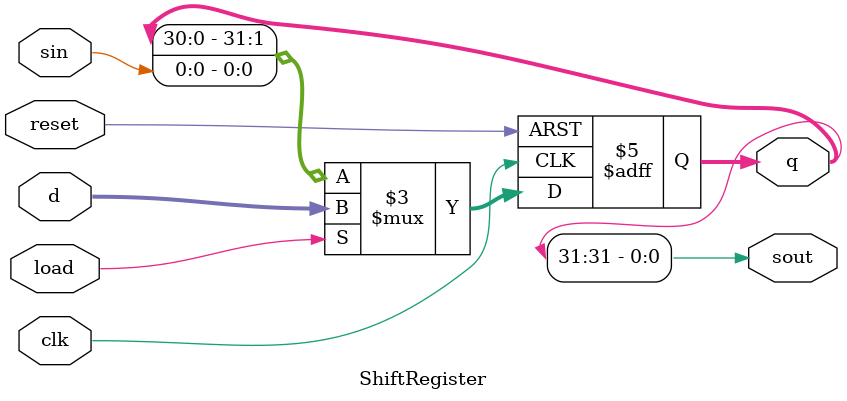
<source format=sv>
module ShiftRegister #(parameter N=32)
							(input logic clk,
							input logic reset, load,
							input logic sin,
							input logic [N-1:0]d,
							output logic [N-1:0]q,
							output logic sout);
							
	always_ff@(posedge clk, posedge reset)
		if(reset) q <= 0;
		else if(load) q <= d;
		else q <= {q[N-2:0], sin};
		
	assign sout = q[N-1];

endmodule 

</source>
